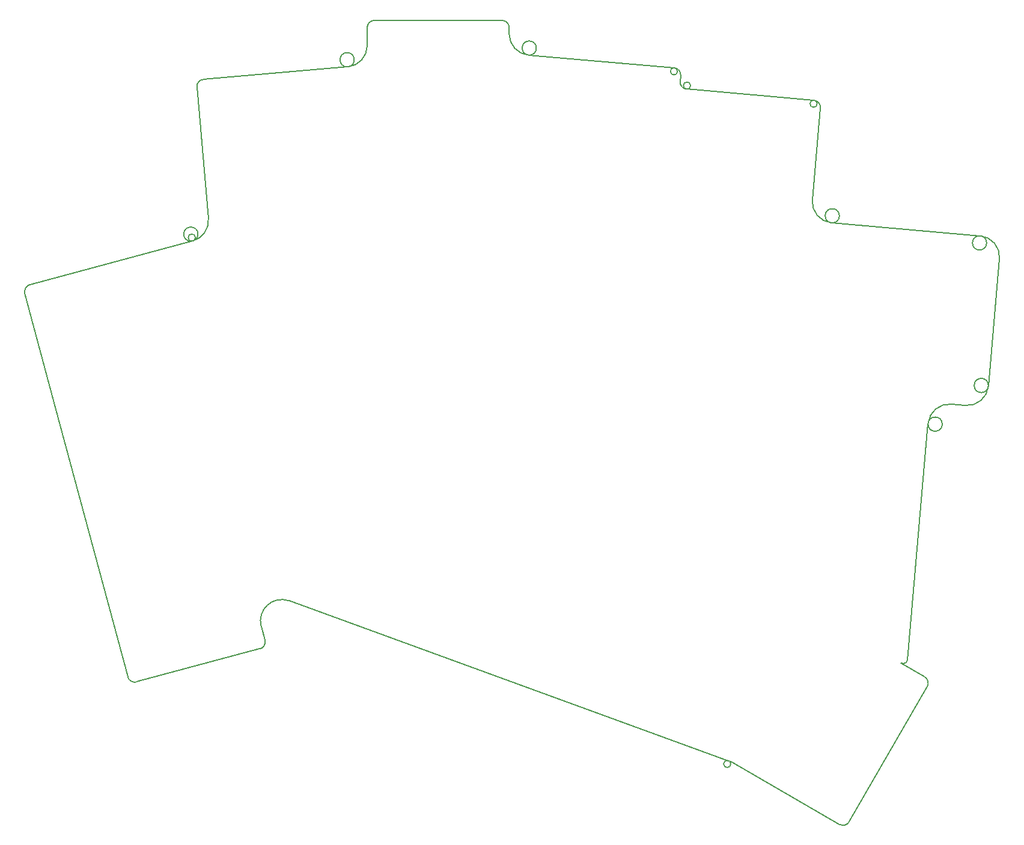
<source format=gbr>
%TF.GenerationSoftware,KiCad,Pcbnew,(6.0.2-0)*%
%TF.CreationDate,2022-03-23T10:44:18-07:00*%
%TF.ProjectId,Untitled,556e7469-746c-4656-942e-6b696361645f,v1.0.0*%
%TF.SameCoordinates,Original*%
%TF.FileFunction,Profile,NP*%
%FSLAX46Y46*%
G04 Gerber Fmt 4.6, Leading zero omitted, Abs format (unit mm)*
G04 Created by KiCad (PCBNEW (6.0.2-0)) date 2022-03-23 10:44:18*
%MOMM*%
%LPD*%
G01*
G04 APERTURE LIST*
%TA.AperFunction,Profile*%
%ADD10C,0.150000*%
%TD*%
G04 APERTURE END LIST*
D10*
X122789743Y24656852D02*
G75*
G03*
X119539691Y21929736I-261468J-2988584D01*
G01*
X124782132Y24482541D02*
X122789743Y24656852D01*
X86062724Y69572318D02*
G75*
G03*
X86062724Y69572318I-500001J0D01*
G01*
X59517133Y78761886D02*
X41517133Y78761886D01*
X103226664Y53471535D02*
G75*
G03*
X105953781Y50221484I2988584J-261467D01*
G01*
X29505652Y-3063147D02*
X91413262Y-25595674D01*
X103907073Y67007319D02*
G75*
G03*
X103907073Y67007319I-500001J0D01*
G01*
X16297104Y48149773D02*
G75*
G03*
X16297104Y48149773I-500000J0D01*
G01*
X-6998932Y41523956D02*
X15926514Y47666810D01*
X128035988Y27296813D02*
G75*
G03*
X128035988Y27296813I-999999J0D01*
G01*
X116078299Y-11897307D02*
G75*
G03*
X116619975Y-11442787I43578J498098D01*
G01*
X84230120Y71572986D02*
G75*
G03*
X84230120Y71572986I-500000J0D01*
G01*
X60517133Y77761886D02*
G75*
G03*
X59517133Y78761886I-999999J1D01*
G01*
X-3306115Y23878472D02*
X6787827Y-13792636D01*
X91887201Y-25816676D02*
G75*
G03*
X91413261Y-25595674I-1500016J-2598108D01*
G01*
X91742252Y-26065520D02*
G75*
G03*
X91742252Y-26065520I-500000J0D01*
G01*
X64342822Y74862373D02*
G75*
G03*
X64342822Y74862373I-1000000J0D01*
G01*
X38691444Y73213438D02*
G75*
G03*
X38691444Y73213438I-999999J0D01*
G01*
X41517133Y78761886D02*
G75*
G03*
X40517133Y77761886I-1J-999999D01*
G01*
X116078299Y-11897307D02*
X115724540Y-11866357D01*
X84682736Y70987733D02*
G75*
G03*
X83773698Y72071083I-996194J87156D01*
G01*
X108424963Y-34210057D02*
X119424963Y-15157498D01*
X37778601Y72217244D02*
G75*
G03*
X40517133Y75205829I-261467J2988583D01*
G01*
X121535886Y21842580D02*
G75*
G03*
X121535886Y21842580I-1000000J0D01*
G01*
X17426753Y70436688D02*
X37778601Y72217244D01*
X8012572Y-14499742D02*
X25399237Y-9840999D01*
X124782132Y24482541D02*
G75*
G03*
X128032183Y27209658I261467J2988584D01*
G01*
X128032183Y27209658D02*
X129600987Y45141162D01*
X107058937Y-34576083D02*
G75*
G03*
X108424963Y-34210057I500001J866024D01*
G01*
X84610107Y70157571D02*
G75*
G03*
X85519145Y69074221I996194J-87156D01*
G01*
X85519146Y69074220D02*
X103450650Y67505417D01*
X91887201Y-25816676D02*
X107058938Y-34576082D01*
X29505652Y-3063147D02*
G75*
G03*
X25581813Y-6658682I-1026062J-2819077D01*
G01*
X16517714Y69353337D02*
G75*
G03*
X16517714Y69353337I498097J43578D01*
G01*
X127786713Y47395019D02*
G75*
G03*
X127786713Y47395019I-999999J0D01*
G01*
X119058938Y-13791472D02*
X115724540Y-11866357D01*
X26106344Y-8616255D02*
X25581814Y-6658682D01*
X60517133Y76854763D02*
X60517133Y77761886D01*
X40517133Y77761886D02*
X40517133Y75205828D01*
X-7706039Y40299211D02*
X-3306115Y23878472D01*
X129600987Y45141162D02*
G75*
G03*
X126873870Y48391213I-2988584J261467D01*
G01*
X17426753Y70436688D02*
G75*
G03*
X16517713Y69353338I87156J-996196D01*
G01*
X16667695Y48632736D02*
G75*
G03*
X16667695Y48632736I-1000000J0D01*
G01*
X116619974Y-11442787D02*
X119539691Y21929735D01*
X25399237Y-9840999D02*
G75*
G03*
X26106343Y-8616255I-258819J965925D01*
G01*
X15926514Y47666810D02*
G75*
G03*
X18138642Y50826055I-776455J2897777D01*
G01*
X16517714Y69353337D02*
X18138641Y50826055D01*
X105953781Y50221484D02*
X126873870Y48391213D01*
X119424964Y-15157499D02*
G75*
G03*
X119058938Y-13791473I-866024J500001D01*
G01*
X107040937Y51217679D02*
G75*
G03*
X107040937Y51217679I-1000000J0D01*
G01*
X84610107Y70157571D02*
X84682736Y70987733D01*
X-6998932Y41523956D02*
G75*
G03*
X-7706039Y40299211I258820J-965927D01*
G01*
X60517133Y76854763D02*
G75*
G03*
X63255666Y73866179I2999999J-1D01*
G01*
X104359689Y66422066D02*
G75*
G03*
X103450650Y67505417I-996194J87157D01*
G01*
X63255666Y73866178D02*
X83773697Y72071083D01*
X6787828Y-13792636D02*
G75*
G03*
X8012573Y-14499741I965926J258822D01*
G01*
X103226664Y53471535D02*
X104359689Y66422066D01*
M02*

</source>
